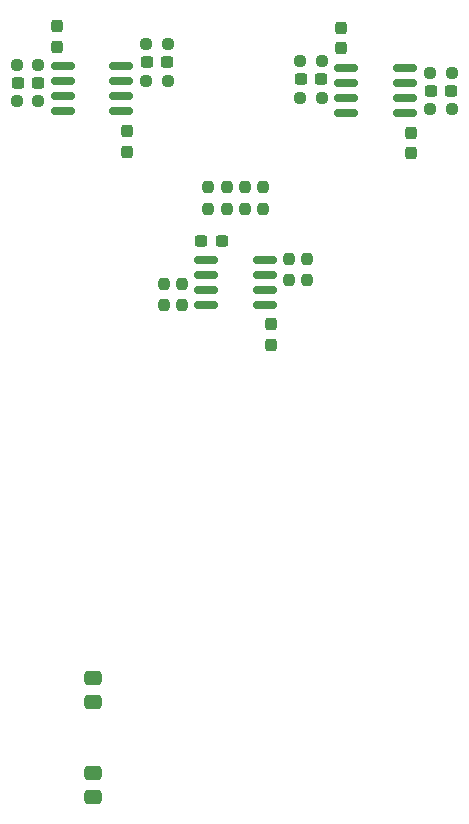
<source format=gbr>
%TF.GenerationSoftware,KiCad,Pcbnew,6.0.11+dfsg-1~bpo11+1*%
%TF.CreationDate,2023-04-14T14:38:55+08:00*%
%TF.ProjectId,MiniMix - Main,4d696e69-4d69-4782-902d-204d61696e2e,rev?*%
%TF.SameCoordinates,Original*%
%TF.FileFunction,Paste,Bot*%
%TF.FilePolarity,Positive*%
%FSLAX46Y46*%
G04 Gerber Fmt 4.6, Leading zero omitted, Abs format (unit mm)*
G04 Created by KiCad (PCBNEW 6.0.11+dfsg-1~bpo11+1) date 2023-04-14 14:38:55*
%MOMM*%
%LPD*%
G01*
G04 APERTURE LIST*
G04 Aperture macros list*
%AMRoundRect*
0 Rectangle with rounded corners*
0 $1 Rounding radius*
0 $2 $3 $4 $5 $6 $7 $8 $9 X,Y pos of 4 corners*
0 Add a 4 corners polygon primitive as box body*
4,1,4,$2,$3,$4,$5,$6,$7,$8,$9,$2,$3,0*
0 Add four circle primitives for the rounded corners*
1,1,$1+$1,$2,$3*
1,1,$1+$1,$4,$5*
1,1,$1+$1,$6,$7*
1,1,$1+$1,$8,$9*
0 Add four rect primitives between the rounded corners*
20,1,$1+$1,$2,$3,$4,$5,0*
20,1,$1+$1,$4,$5,$6,$7,0*
20,1,$1+$1,$6,$7,$8,$9,0*
20,1,$1+$1,$8,$9,$2,$3,0*%
G04 Aperture macros list end*
%ADD10RoundRect,0.237500X0.237500X-0.250000X0.237500X0.250000X-0.237500X0.250000X-0.237500X-0.250000X0*%
%ADD11RoundRect,0.237500X-0.300000X-0.237500X0.300000X-0.237500X0.300000X0.237500X-0.300000X0.237500X0*%
%ADD12RoundRect,0.237500X-0.250000X-0.237500X0.250000X-0.237500X0.250000X0.237500X-0.250000X0.237500X0*%
%ADD13RoundRect,0.237500X0.237500X-0.300000X0.237500X0.300000X-0.237500X0.300000X-0.237500X-0.300000X0*%
%ADD14RoundRect,0.237500X0.250000X0.237500X-0.250000X0.237500X-0.250000X-0.237500X0.250000X-0.237500X0*%
%ADD15RoundRect,0.237500X0.300000X0.237500X-0.300000X0.237500X-0.300000X-0.237500X0.300000X-0.237500X0*%
%ADD16RoundRect,0.250000X-0.475000X0.337500X-0.475000X-0.337500X0.475000X-0.337500X0.475000X0.337500X0*%
%ADD17RoundRect,0.150000X-0.825000X-0.150000X0.825000X-0.150000X0.825000X0.150000X-0.825000X0.150000X0*%
G04 APERTURE END LIST*
D10*
%TO.C,R12*%
X173550000Y-100662500D03*
X173550000Y-98837500D03*
%TD*%
%TO.C,R8*%
X172000000Y-100662500D03*
X172000000Y-98837500D03*
%TD*%
D11*
%TO.C,C12*%
X168287500Y-103350000D03*
X170012500Y-103350000D03*
%TD*%
%TO.C,C5*%
X163700000Y-88250000D03*
X165425000Y-88250000D03*
%TD*%
D10*
%TO.C,R22*%
X165100000Y-108812500D03*
X165100000Y-106987500D03*
%TD*%
D12*
%TO.C,R3*%
X152687500Y-88500000D03*
X154512500Y-88500000D03*
%TD*%
D10*
%TO.C,R9*%
X168900000Y-100662500D03*
X168900000Y-98837500D03*
%TD*%
%TO.C,R20*%
X177250000Y-106712500D03*
X177250000Y-104887500D03*
%TD*%
%TO.C,R7*%
X170450000Y-100662500D03*
X170450000Y-98837500D03*
%TD*%
D13*
%TO.C,C11*%
X174200000Y-112162500D03*
X174200000Y-110437500D03*
%TD*%
D14*
%TO.C,R11*%
X189512500Y-92200000D03*
X187687500Y-92200000D03*
%TD*%
D15*
%TO.C,C6*%
X178462500Y-89700000D03*
X176737500Y-89700000D03*
%TD*%
D16*
%TO.C,C4*%
X159100000Y-148412500D03*
X159100000Y-150487500D03*
%TD*%
D17*
%TO.C,U2*%
X180575000Y-92555000D03*
X180575000Y-91285000D03*
X180575000Y-90015000D03*
X180575000Y-88745000D03*
X185525000Y-88745000D03*
X185525000Y-90015000D03*
X185525000Y-91285000D03*
X185525000Y-92555000D03*
%TD*%
D13*
%TO.C,C9*%
X180100000Y-87062500D03*
X180100000Y-85337500D03*
%TD*%
%TO.C,C2*%
X156100000Y-86912500D03*
X156100000Y-85187500D03*
%TD*%
D16*
%TO.C,C3*%
X159100000Y-140362500D03*
X159100000Y-142437500D03*
%TD*%
D14*
%TO.C,R1*%
X165475000Y-86700000D03*
X163650000Y-86700000D03*
%TD*%
D12*
%TO.C,R5*%
X176687500Y-91250000D03*
X178512500Y-91250000D03*
%TD*%
D10*
%TO.C,R16*%
X175700000Y-106712500D03*
X175700000Y-104887500D03*
%TD*%
D17*
%TO.C,U1*%
X156575000Y-92405000D03*
X156575000Y-91135000D03*
X156575000Y-89865000D03*
X156575000Y-88595000D03*
X161525000Y-88595000D03*
X161525000Y-89865000D03*
X161525000Y-91135000D03*
X161525000Y-92405000D03*
%TD*%
%TO.C,U3*%
X168725000Y-108755000D03*
X168725000Y-107485000D03*
X168725000Y-106215000D03*
X168725000Y-104945000D03*
X173675000Y-104945000D03*
X173675000Y-106215000D03*
X173675000Y-107485000D03*
X173675000Y-108755000D03*
%TD*%
D11*
%TO.C,C10*%
X187737500Y-90650000D03*
X189462500Y-90650000D03*
%TD*%
D14*
%TO.C,R4*%
X165475000Y-89800000D03*
X163650000Y-89800000D03*
%TD*%
D13*
%TO.C,C1*%
X162000000Y-95812500D03*
X162000000Y-94087500D03*
%TD*%
D14*
%TO.C,R10*%
X189512500Y-89125000D03*
X187687500Y-89125000D03*
%TD*%
D12*
%TO.C,R2*%
X176687500Y-88150000D03*
X178512500Y-88150000D03*
%TD*%
D15*
%TO.C,C7*%
X154462500Y-90000000D03*
X152737500Y-90000000D03*
%TD*%
D10*
%TO.C,R21*%
X166650000Y-108812500D03*
X166650000Y-106987500D03*
%TD*%
D13*
%TO.C,C8*%
X186050000Y-95962500D03*
X186050000Y-94237500D03*
%TD*%
D12*
%TO.C,R6*%
X152687500Y-91500000D03*
X154512500Y-91500000D03*
%TD*%
M02*

</source>
